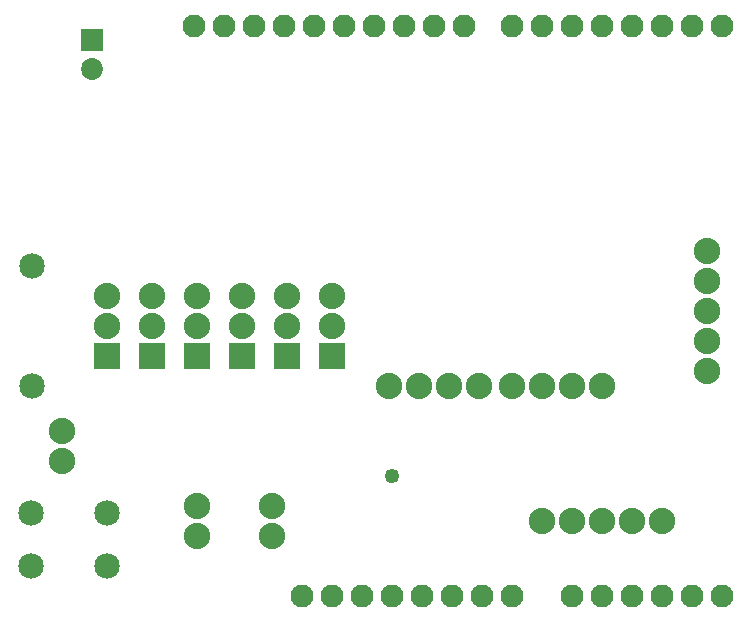
<source format=gts>
G04 MADE WITH FRITZING*
G04 WWW.FRITZING.ORG*
G04 DOUBLE SIDED*
G04 HOLES PLATED*
G04 CONTOUR ON CENTER OF CONTOUR VECTOR*
%ASAXBY*%
%FSLAX23Y23*%
%MOIN*%
%OFA0B0*%
%SFA1.0B1.0*%
%ADD10C,0.049370*%
%ADD11C,0.085000*%
%ADD12C,0.072992*%
%ADD13C,0.088000*%
%ADD14C,0.076194*%
%ADD15C,0.076222*%
%ADD16R,0.072992X0.072992*%
%ADD17R,0.088000X0.088000*%
%LNMASK1*%
G90*
G70*
G54D10*
X1405Y496D03*
G54D11*
X455Y196D03*
X199Y196D03*
X455Y373D03*
X199Y373D03*
G54D12*
X405Y1949D03*
X405Y1851D03*
G54D11*
X205Y796D03*
X205Y1196D03*
G54D13*
X1905Y346D03*
X2005Y346D03*
X2105Y346D03*
X2205Y346D03*
X2305Y346D03*
X2455Y846D03*
X2455Y946D03*
X2455Y1046D03*
X2455Y1146D03*
X2455Y1246D03*
X1005Y396D03*
X1005Y296D03*
X755Y396D03*
X755Y296D03*
X305Y646D03*
X305Y546D03*
X1395Y796D03*
X1495Y796D03*
X1595Y796D03*
X1695Y796D03*
X1395Y796D03*
X1495Y796D03*
X1595Y796D03*
X1695Y796D03*
X2105Y796D03*
X2005Y796D03*
X1905Y796D03*
X1805Y796D03*
X1205Y896D03*
X1205Y996D03*
X1205Y1096D03*
X1055Y896D03*
X1055Y996D03*
X1055Y1096D03*
X905Y896D03*
X905Y996D03*
X905Y1096D03*
X755Y896D03*
X755Y996D03*
X755Y1096D03*
X605Y896D03*
X605Y996D03*
X605Y1096D03*
X455Y896D03*
X455Y996D03*
X455Y1096D03*
G54D14*
X2104Y96D03*
X2204Y96D03*
X2304Y96D03*
X2404Y96D03*
X2504Y96D03*
G54D15*
X1644Y1996D03*
X1544Y1996D03*
X1444Y1996D03*
X1344Y1996D03*
X1244Y1996D03*
X1144Y1996D03*
X1044Y1996D03*
X944Y1996D03*
X844Y1996D03*
X744Y1996D03*
X2504Y1996D03*
X2404Y1996D03*
X2304Y1996D03*
X2204Y1996D03*
X2104Y1996D03*
X2004Y1996D03*
X1904Y1996D03*
X1804Y1996D03*
G54D14*
X1204Y96D03*
X1104Y96D03*
X1304Y96D03*
X1404Y96D03*
X1504Y96D03*
X1604Y96D03*
X1704Y96D03*
X1804Y96D03*
X2004Y96D03*
G54D16*
X405Y1949D03*
G54D17*
X1205Y896D03*
X1055Y896D03*
X905Y896D03*
X755Y896D03*
X605Y896D03*
X455Y896D03*
G04 End of Mask1*
M02*
</source>
